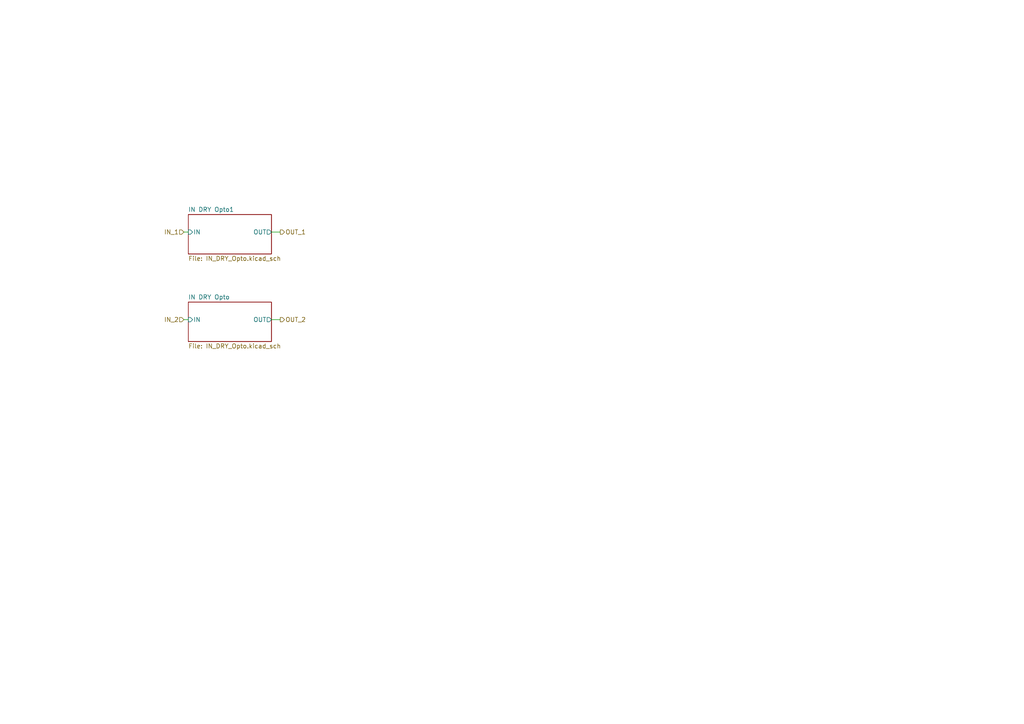
<source format=kicad_sch>
(kicad_sch
	(version 20250114)
	(generator "eeschema")
	(generator_version "9.0")
	(uuid "95b5ec86-542e-45b7-baa0-aa6269324e26")
	(paper "A4")
	(lib_symbols)
	(wire
		(pts
			(xy 53.34 67.31) (xy 54.61 67.31)
		)
		(stroke
			(width 0)
			(type default)
		)
		(uuid "59fcc9d9-3f96-4748-a890-d7eaa6584566")
	)
	(wire
		(pts
			(xy 78.74 92.71) (xy 81.28 92.71)
		)
		(stroke
			(width 0)
			(type default)
		)
		(uuid "83b99a25-99cc-435c-a527-b3162c41b774")
	)
	(wire
		(pts
			(xy 78.74 67.31) (xy 81.28 67.31)
		)
		(stroke
			(width 0)
			(type default)
		)
		(uuid "c61b3baa-1e23-45e7-a678-b343dd3625e1")
	)
	(wire
		(pts
			(xy 53.34 92.71) (xy 54.61 92.71)
		)
		(stroke
			(width 0)
			(type default)
		)
		(uuid "cb917290-338e-4183-842e-3d54d137a00d")
	)
	(hierarchical_label "OUT_2"
		(shape output)
		(at 81.28 92.71 0)
		(effects
			(font
				(size 1.27 1.27)
			)
			(justify left)
		)
		(uuid "1ea5c4b6-ad74-41d3-bf96-9b2925c03fd7")
	)
	(hierarchical_label "IN_2"
		(shape input)
		(at 53.34 92.71 180)
		(effects
			(font
				(size 1.27 1.27)
			)
			(justify right)
		)
		(uuid "7537f0a7-adba-42c7-9c76-64363484aaf2")
	)
	(hierarchical_label "IN_1"
		(shape input)
		(at 53.34 67.31 180)
		(effects
			(font
				(size 1.27 1.27)
			)
			(justify right)
		)
		(uuid "bf011d92-b661-4454-9ca6-94aa39c96aff")
	)
	(hierarchical_label "OUT_1"
		(shape output)
		(at 81.28 67.31 0)
		(effects
			(font
				(size 1.27 1.27)
			)
			(justify left)
		)
		(uuid "e354c98b-ca1f-4090-a8eb-94d2751f7ce9")
	)
	(sheet
		(at 54.61 62.23)
		(size 24.13 11.43)
		(exclude_from_sim no)
		(in_bom yes)
		(on_board yes)
		(dnp no)
		(fields_autoplaced yes)
		(stroke
			(width 0.1524)
			(type solid)
		)
		(fill
			(color 0 0 0 0.0000)
		)
		(uuid "1c6854fd-fd88-4f29-bf8b-bede240659d7")
		(property "Sheetname" "IN DRY Opto1"
			(at 54.61 61.5184 0)
			(effects
				(font
					(size 1.27 1.27)
				)
				(justify left bottom)
			)
		)
		(property "Sheetfile" "IN_DRY_Opto.kicad_sch"
			(at 54.61 74.2446 0)
			(effects
				(font
					(size 1.27 1.27)
				)
				(justify left top)
			)
		)
		(pin "IN" input
			(at 54.61 67.31 180)
			(uuid "6bc36c3e-7a43-4ee7-be99-9691710e718d")
			(effects
				(font
					(size 1.27 1.27)
				)
				(justify left)
			)
		)
		(pin "OUT" output
			(at 78.74 67.31 0)
			(uuid "de2cea43-6092-41b9-9ba8-17587a11d998")
			(effects
				(font
					(size 1.27 1.27)
				)
				(justify right)
			)
		)
		(instances
			(project "NIVARA"
				(path "/6298d7d5-28da-40bf-9586-24a8e5c02b82/7ff0dada-fc46-483c-91ad-b264be8c64cf/0f260378-83c0-4366-bf66-bb63726499fd"
					(page "19")
				)
			)
		)
	)
	(sheet
		(at 54.61 87.63)
		(size 24.13 11.43)
		(exclude_from_sim no)
		(in_bom yes)
		(on_board yes)
		(dnp no)
		(fields_autoplaced yes)
		(stroke
			(width 0.1524)
			(type solid)
		)
		(fill
			(color 0 0 0 0.0000)
		)
		(uuid "7f7e2be0-af35-4d7b-9517-c789a6ac11ce")
		(property "Sheetname" "IN DRY Opto"
			(at 54.61 86.9184 0)
			(effects
				(font
					(size 1.27 1.27)
				)
				(justify left bottom)
			)
		)
		(property "Sheetfile" "IN_DRY_Opto.kicad_sch"
			(at 54.61 99.6446 0)
			(effects
				(font
					(size 1.27 1.27)
				)
				(justify left top)
			)
		)
		(pin "IN" input
			(at 54.61 92.71 180)
			(uuid "78b461a2-3591-4e88-89a9-9c1a1a902668")
			(effects
				(font
					(size 1.27 1.27)
				)
				(justify left)
			)
		)
		(pin "OUT" output
			(at 78.74 92.71 0)
			(uuid "a9c767f2-c8ca-4f74-8895-0c7466bf97bf")
			(effects
				(font
					(size 1.27 1.27)
				)
				(justify right)
			)
		)
		(instances
			(project "NIVARA"
				(path "/6298d7d5-28da-40bf-9586-24a8e5c02b82/7ff0dada-fc46-483c-91ad-b264be8c64cf/0f260378-83c0-4366-bf66-bb63726499fd"
					(page "20")
				)
			)
		)
	)
)

</source>
